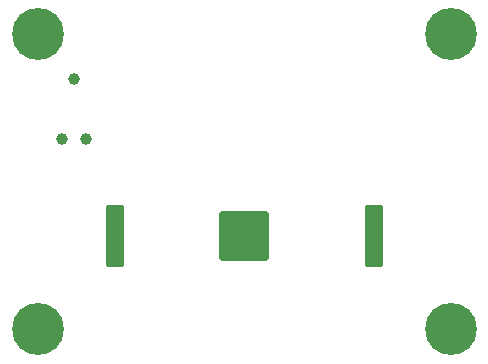
<source format=gbs>
G04 #@! TF.GenerationSoftware,KiCad,Pcbnew,8.0.6*
G04 #@! TF.CreationDate,2024-11-12T21:30:20-08:00*
G04 #@! TF.ProjectId,sensor_board,73656e73-6f72-45f6-926f-6172642e6b69,rev?*
G04 #@! TF.SameCoordinates,Original*
G04 #@! TF.FileFunction,Soldermask,Bot*
G04 #@! TF.FilePolarity,Negative*
%FSLAX46Y46*%
G04 Gerber Fmt 4.6, Leading zero omitted, Abs format (unit mm)*
G04 Created by KiCad (PCBNEW 8.0.6) date 2024-11-12 21:30:20*
%MOMM*%
%LPD*%
G01*
G04 APERTURE LIST*
G04 Aperture macros list*
%AMRoundRect*
0 Rectangle with rounded corners*
0 $1 Rounding radius*
0 $2 $3 $4 $5 $6 $7 $8 $9 X,Y pos of 4 corners*
0 Add a 4 corners polygon primitive as box body*
4,1,4,$2,$3,$4,$5,$6,$7,$8,$9,$2,$3,0*
0 Add four circle primitives for the rounded corners*
1,1,$1+$1,$2,$3*
1,1,$1+$1,$4,$5*
1,1,$1+$1,$6,$7*
1,1,$1+$1,$8,$9*
0 Add four rect primitives between the rounded corners*
20,1,$1+$1,$2,$3,$4,$5,0*
20,1,$1+$1,$4,$5,$6,$7,0*
20,1,$1+$1,$6,$7,$8,$9,0*
20,1,$1+$1,$8,$9,$2,$3,0*%
G04 Aperture macros list end*
%ADD10C,0.991000*%
%ADD11C,4.400000*%
%ADD12RoundRect,0.102000X1.980000X1.980000X-1.980000X1.980000X-1.980000X-1.980000X1.980000X-1.980000X0*%
%ADD13RoundRect,0.102000X0.635000X2.540000X-0.635000X2.540000X-0.635000X-2.540000X0.635000X-2.540000X0*%
G04 APERTURE END LIST*
D10*
G04 #@! TO.C,U3*
X5865000Y-6610000D03*
X6880000Y-11690000D03*
X4850000Y-11690000D03*
G04 #@! TD*
D11*
G04 #@! TO.C,H4*
X37800000Y-27800000D03*
G04 #@! TD*
G04 #@! TO.C,H3*
X2800000Y-27800000D03*
G04 #@! TD*
G04 #@! TO.C,H2*
X37800000Y-2800000D03*
G04 #@! TD*
G04 #@! TO.C,H1*
X2800000Y-2800000D03*
G04 #@! TD*
D12*
G04 #@! TO.C,BT2*
X20300000Y-19892000D03*
D13*
X31285000Y-19892000D03*
X9315000Y-19892000D03*
G04 #@! TD*
M02*

</source>
